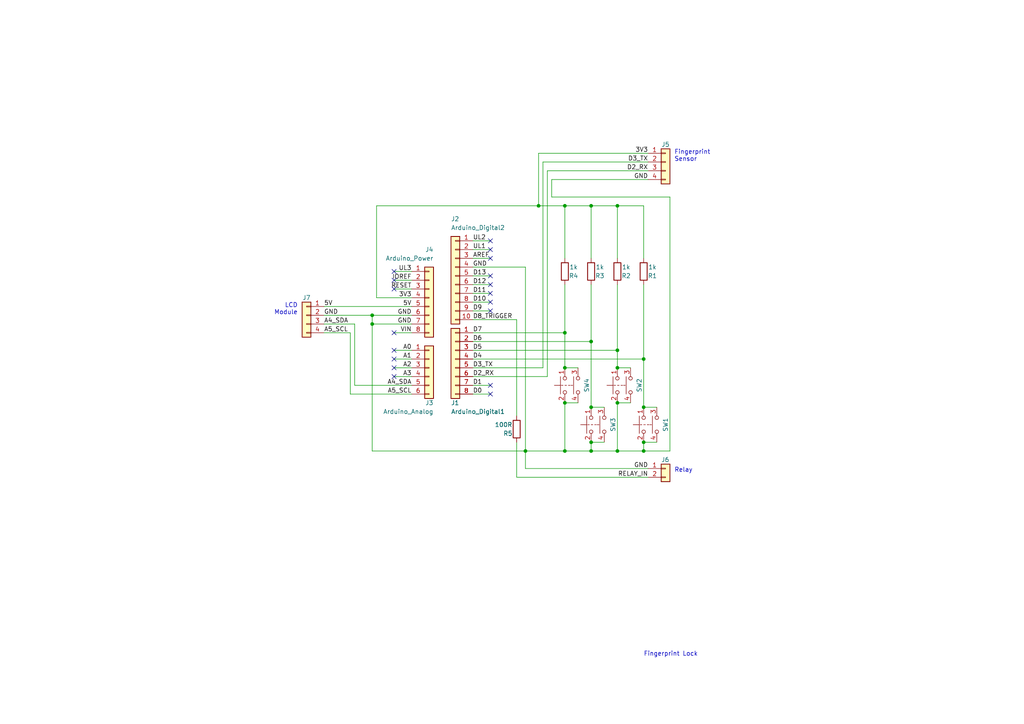
<source format=kicad_sch>
(kicad_sch (version 20211123) (generator eeschema)

  (uuid 320ddaa5-7127-4312-b78a-3a12faee174f)

  (paper "A4")

  (lib_symbols
    (symbol "Conn_01x08_1" (pin_names (offset 1.016) hide) (in_bom yes) (on_board yes)
      (property "Reference" "J?" (id 0) (at 2.54 0.0001 0)
        (effects (font (size 1.27 1.27)) (justify left))
      )
      (property "Value" "Arduino_Power" (id 1) (at 2.54 -2.5399 0)
        (effects (font (size 1.27 1.27)) (justify left))
      )
      (property "Footprint" "" (id 2) (at 0 0 0)
        (effects (font (size 1.27 1.27)) hide)
      )
      (property "Datasheet" "~" (id 3) (at 0 0 0)
        (effects (font (size 1.27 1.27)) hide)
      )
      (property "ki_keywords" "connector" (id 4) (at 0 0 0)
        (effects (font (size 1.27 1.27)) hide)
      )
      (property "ki_description" "Generic connector, single row, 01x08, script generated (kicad-library-utils/schlib/autogen/connector/)" (id 5) (at 0 0 0)
        (effects (font (size 1.27 1.27)) hide)
      )
      (property "ki_fp_filters" "Connector*:*_1x??_*" (id 6) (at 0 0 0)
        (effects (font (size 1.27 1.27)) hide)
      )
      (symbol "Conn_01x08_1_1_1"
        (rectangle (start -1.27 -10.033) (end 0 -10.287)
          (stroke (width 0.1524) (type default) (color 0 0 0 0))
          (fill (type none))
        )
        (rectangle (start -1.27 -7.493) (end 0 -7.747)
          (stroke (width 0.1524) (type default) (color 0 0 0 0))
          (fill (type none))
        )
        (rectangle (start -1.27 -4.953) (end 0 -5.207)
          (stroke (width 0.1524) (type default) (color 0 0 0 0))
          (fill (type none))
        )
        (rectangle (start -1.27 -2.413) (end 0 -2.667)
          (stroke (width 0.1524) (type default) (color 0 0 0 0))
          (fill (type none))
        )
        (rectangle (start -1.27 0.127) (end 0 -0.127)
          (stroke (width 0.1524) (type default) (color 0 0 0 0))
          (fill (type none))
        )
        (rectangle (start -1.27 2.667) (end 0 2.413)
          (stroke (width 0.1524) (type default) (color 0 0 0 0))
          (fill (type none))
        )
        (rectangle (start -1.27 5.207) (end 0 4.953)
          (stroke (width 0.1524) (type default) (color 0 0 0 0))
          (fill (type none))
        )
        (rectangle (start -1.27 7.747) (end 0 7.493)
          (stroke (width 0.1524) (type default) (color 0 0 0 0))
          (fill (type none))
        )
        (rectangle (start -1.27 8.89) (end 1.27 -11.43)
          (stroke (width 0.254) (type default) (color 0 0 0 0))
          (fill (type background))
        )
        (pin passive line (at -5.08 7.62 0) (length 3.81)
          (name "NC" (effects (font (size 1.27 1.27))))
          (number "1" (effects (font (size 1.27 1.27))))
        )
        (pin passive line (at -5.08 5.08 0) (length 3.81)
          (name "IOREF" (effects (font (size 1.27 1.27))))
          (number "2" (effects (font (size 1.27 1.27))))
        )
        (pin passive line (at -5.08 2.54 0) (length 3.81)
          (name "RESET" (effects (font (size 1.27 1.27))))
          (number "3" (effects (font (size 1.27 1.27))))
        )
        (pin passive line (at -5.08 0 0) (length 3.81)
          (name "3V3" (effects (font (size 1.27 1.27))))
          (number "4" (effects (font (size 1.27 1.27))))
        )
        (pin passive line (at -5.08 -2.54 0) (length 3.81)
          (name "5V" (effects (font (size 1.27 1.27))))
          (number "5" (effects (font (size 1.27 1.27))))
        )
        (pin passive line (at -5.08 -5.08 0) (length 3.81)
          (name "GND" (effects (font (size 1.27 1.27))))
          (number "6" (effects (font (size 1.27 1.27))))
        )
        (pin passive line (at -5.08 -7.62 0) (length 3.81)
          (name "GND" (effects (font (size 1.27 1.27))))
          (number "7" (effects (font (size 1.27 1.27))))
        )
        (pin passive line (at -5.08 -10.16 0) (length 3.81)
          (name "VIN" (effects (font (size 1.27 1.27))))
          (number "8" (effects (font (size 1.27 1.27))))
        )
      )
    )
    (symbol "Connector_Generic:Conn_01x02" (pin_names (offset 1.016) hide) (in_bom yes) (on_board yes)
      (property "Reference" "J" (id 0) (at 0 2.54 0)
        (effects (font (size 1.27 1.27)))
      )
      (property "Value" "Conn_01x02" (id 1) (at 0 -5.08 0)
        (effects (font (size 1.27 1.27)))
      )
      (property "Footprint" "" (id 2) (at 0 0 0)
        (effects (font (size 1.27 1.27)) hide)
      )
      (property "Datasheet" "~" (id 3) (at 0 0 0)
        (effects (font (size 1.27 1.27)) hide)
      )
      (property "ki_keywords" "connector" (id 4) (at 0 0 0)
        (effects (font (size 1.27 1.27)) hide)
      )
      (property "ki_description" "Generic connector, single row, 01x02, script generated (kicad-library-utils/schlib/autogen/connector/)" (id 5) (at 0 0 0)
        (effects (font (size 1.27 1.27)) hide)
      )
      (property "ki_fp_filters" "Connector*:*_1x??_*" (id 6) (at 0 0 0)
        (effects (font (size 1.27 1.27)) hide)
      )
      (symbol "Conn_01x02_1_1"
        (rectangle (start -1.27 -2.413) (end 0 -2.667)
          (stroke (width 0.1524) (type default) (color 0 0 0 0))
          (fill (type none))
        )
        (rectangle (start -1.27 0.127) (end 0 -0.127)
          (stroke (width 0.1524) (type default) (color 0 0 0 0))
          (fill (type none))
        )
        (rectangle (start -1.27 1.27) (end 1.27 -3.81)
          (stroke (width 0.254) (type default) (color 0 0 0 0))
          (fill (type background))
        )
        (pin passive line (at -5.08 0 0) (length 3.81)
          (name "Pin_1" (effects (font (size 1.27 1.27))))
          (number "1" (effects (font (size 1.27 1.27))))
        )
        (pin passive line (at -5.08 -2.54 0) (length 3.81)
          (name "Pin_2" (effects (font (size 1.27 1.27))))
          (number "2" (effects (font (size 1.27 1.27))))
        )
      )
    )
    (symbol "Connector_Generic:Conn_01x04" (pin_names (offset 1.016) hide) (in_bom yes) (on_board yes)
      (property "Reference" "J" (id 0) (at 0 5.08 0)
        (effects (font (size 1.27 1.27)))
      )
      (property "Value" "Conn_01x04" (id 1) (at 0 -7.62 0)
        (effects (font (size 1.27 1.27)))
      )
      (property "Footprint" "" (id 2) (at 0 0 0)
        (effects (font (size 1.27 1.27)) hide)
      )
      (property "Datasheet" "~" (id 3) (at 0 0 0)
        (effects (font (size 1.27 1.27)) hide)
      )
      (property "ki_keywords" "connector" (id 4) (at 0 0 0)
        (effects (font (size 1.27 1.27)) hide)
      )
      (property "ki_description" "Generic connector, single row, 01x04, script generated (kicad-library-utils/schlib/autogen/connector/)" (id 5) (at 0 0 0)
        (effects (font (size 1.27 1.27)) hide)
      )
      (property "ki_fp_filters" "Connector*:*_1x??_*" (id 6) (at 0 0 0)
        (effects (font (size 1.27 1.27)) hide)
      )
      (symbol "Conn_01x04_1_1"
        (rectangle (start -1.27 -4.953) (end 0 -5.207)
          (stroke (width 0.1524) (type default) (color 0 0 0 0))
          (fill (type none))
        )
        (rectangle (start -1.27 -2.413) (end 0 -2.667)
          (stroke (width 0.1524) (type default) (color 0 0 0 0))
          (fill (type none))
        )
        (rectangle (start -1.27 0.127) (end 0 -0.127)
          (stroke (width 0.1524) (type default) (color 0 0 0 0))
          (fill (type none))
        )
        (rectangle (start -1.27 2.667) (end 0 2.413)
          (stroke (width 0.1524) (type default) (color 0 0 0 0))
          (fill (type none))
        )
        (rectangle (start -1.27 3.81) (end 1.27 -6.35)
          (stroke (width 0.254) (type default) (color 0 0 0 0))
          (fill (type background))
        )
        (pin passive line (at -5.08 2.54 0) (length 3.81)
          (name "Pin_1" (effects (font (size 1.27 1.27))))
          (number "1" (effects (font (size 1.27 1.27))))
        )
        (pin passive line (at -5.08 0 0) (length 3.81)
          (name "Pin_2" (effects (font (size 1.27 1.27))))
          (number "2" (effects (font (size 1.27 1.27))))
        )
        (pin passive line (at -5.08 -2.54 0) (length 3.81)
          (name "Pin_3" (effects (font (size 1.27 1.27))))
          (number "3" (effects (font (size 1.27 1.27))))
        )
        (pin passive line (at -5.08 -5.08 0) (length 3.81)
          (name "Pin_4" (effects (font (size 1.27 1.27))))
          (number "4" (effects (font (size 1.27 1.27))))
        )
      )
    )
    (symbol "Connector_Generic:Conn_01x06" (pin_names (offset 1.016) hide) (in_bom yes) (on_board yes)
      (property "Reference" "J" (id 0) (at 0 7.62 0)
        (effects (font (size 1.27 1.27)))
      )
      (property "Value" "Conn_01x06" (id 1) (at 0 -10.16 0)
        (effects (font (size 1.27 1.27)))
      )
      (property "Footprint" "" (id 2) (at 0 0 0)
        (effects (font (size 1.27 1.27)) hide)
      )
      (property "Datasheet" "~" (id 3) (at 0 0 0)
        (effects (font (size 1.27 1.27)) hide)
      )
      (property "ki_keywords" "connector" (id 4) (at 0 0 0)
        (effects (font (size 1.27 1.27)) hide)
      )
      (property "ki_description" "Generic connector, single row, 01x06, script generated (kicad-library-utils/schlib/autogen/connector/)" (id 5) (at 0 0 0)
        (effects (font (size 1.27 1.27)) hide)
      )
      (property "ki_fp_filters" "Connector*:*_1x??_*" (id 6) (at 0 0 0)
        (effects (font (size 1.27 1.27)) hide)
      )
      (symbol "Conn_01x06_1_1"
        (rectangle (start -1.27 -7.493) (end 0 -7.747)
          (stroke (width 0.1524) (type default) (color 0 0 0 0))
          (fill (type none))
        )
        (rectangle (start -1.27 -4.953) (end 0 -5.207)
          (stroke (width 0.1524) (type default) (color 0 0 0 0))
          (fill (type none))
        )
        (rectangle (start -1.27 -2.413) (end 0 -2.667)
          (stroke (width 0.1524) (type default) (color 0 0 0 0))
          (fill (type none))
        )
        (rectangle (start -1.27 0.127) (end 0 -0.127)
          (stroke (width 0.1524) (type default) (color 0 0 0 0))
          (fill (type none))
        )
        (rectangle (start -1.27 2.667) (end 0 2.413)
          (stroke (width 0.1524) (type default) (color 0 0 0 0))
          (fill (type none))
        )
        (rectangle (start -1.27 5.207) (end 0 4.953)
          (stroke (width 0.1524) (type default) (color 0 0 0 0))
          (fill (type none))
        )
        (rectangle (start -1.27 6.35) (end 1.27 -8.89)
          (stroke (width 0.254) (type default) (color 0 0 0 0))
          (fill (type background))
        )
        (pin passive line (at -5.08 5.08 0) (length 3.81)
          (name "Pin_1" (effects (font (size 1.27 1.27))))
          (number "1" (effects (font (size 1.27 1.27))))
        )
        (pin passive line (at -5.08 2.54 0) (length 3.81)
          (name "Pin_2" (effects (font (size 1.27 1.27))))
          (number "2" (effects (font (size 1.27 1.27))))
        )
        (pin passive line (at -5.08 0 0) (length 3.81)
          (name "Pin_3" (effects (font (size 1.27 1.27))))
          (number "3" (effects (font (size 1.27 1.27))))
        )
        (pin passive line (at -5.08 -2.54 0) (length 3.81)
          (name "Pin_4" (effects (font (size 1.27 1.27))))
          (number "4" (effects (font (size 1.27 1.27))))
        )
        (pin passive line (at -5.08 -5.08 0) (length 3.81)
          (name "Pin_5" (effects (font (size 1.27 1.27))))
          (number "5" (effects (font (size 1.27 1.27))))
        )
        (pin passive line (at -5.08 -7.62 0) (length 3.81)
          (name "Pin_6" (effects (font (size 1.27 1.27))))
          (number "6" (effects (font (size 1.27 1.27))))
        )
      )
    )
    (symbol "Connector_Generic:Conn_01x08" (pin_names (offset 1.016) hide) (in_bom yes) (on_board yes)
      (property "Reference" "J" (id 0) (at 0 10.16 0)
        (effects (font (size 1.27 1.27)))
      )
      (property "Value" "Conn_01x08" (id 1) (at 0 -12.7 0)
        (effects (font (size 1.27 1.27)))
      )
      (property "Footprint" "" (id 2) (at 0 0 0)
        (effects (font (size 1.27 1.27)) hide)
      )
      (property "Datasheet" "~" (id 3) (at 0 0 0)
        (effects (font (size 1.27 1.27)) hide)
      )
      (property "ki_keywords" "connector" (id 4) (at 0 0 0)
        (effects (font (size 1.27 1.27)) hide)
      )
      (property "ki_description" "Generic connector, single row, 01x08, script generated (kicad-library-utils/schlib/autogen/connector/)" (id 5) (at 0 0 0)
        (effects (font (size 1.27 1.27)) hide)
      )
      (property "ki_fp_filters" "Connector*:*_1x??_*" (id 6) (at 0 0 0)
        (effects (font (size 1.27 1.27)) hide)
      )
      (symbol "Conn_01x08_1_1"
        (rectangle (start -1.27 -10.033) (end 0 -10.287)
          (stroke (width 0.1524) (type default) (color 0 0 0 0))
          (fill (type none))
        )
        (rectangle (start -1.27 -7.493) (end 0 -7.747)
          (stroke (width 0.1524) (type default) (color 0 0 0 0))
          (fill (type none))
        )
        (rectangle (start -1.27 -4.953) (end 0 -5.207)
          (stroke (width 0.1524) (type default) (color 0 0 0 0))
          (fill (type none))
        )
        (rectangle (start -1.27 -2.413) (end 0 -2.667)
          (stroke (width 0.1524) (type default) (color 0 0 0 0))
          (fill (type none))
        )
        (rectangle (start -1.27 0.127) (end 0 -0.127)
          (stroke (width 0.1524) (type default) (color 0 0 0 0))
          (fill (type none))
        )
        (rectangle (start -1.27 2.667) (end 0 2.413)
          (stroke (width 0.1524) (type default) (color 0 0 0 0))
          (fill (type none))
        )
        (rectangle (start -1.27 5.207) (end 0 4.953)
          (stroke (width 0.1524) (type default) (color 0 0 0 0))
          (fill (type none))
        )
        (rectangle (start -1.27 7.747) (end 0 7.493)
          (stroke (width 0.1524) (type default) (color 0 0 0 0))
          (fill (type none))
        )
        (rectangle (start -1.27 8.89) (end 1.27 -11.43)
          (stroke (width 0.254) (type default) (color 0 0 0 0))
          (fill (type background))
        )
        (pin passive line (at -5.08 7.62 0) (length 3.81)
          (name "Pin_1" (effects (font (size 1.27 1.27))))
          (number "1" (effects (font (size 1.27 1.27))))
        )
        (pin passive line (at -5.08 5.08 0) (length 3.81)
          (name "Pin_2" (effects (font (size 1.27 1.27))))
          (number "2" (effects (font (size 1.27 1.27))))
        )
        (pin passive line (at -5.08 2.54 0) (length 3.81)
          (name "Pin_3" (effects (font (size 1.27 1.27))))
          (number "3" (effects (font (size 1.27 1.27))))
        )
        (pin passive line (at -5.08 0 0) (length 3.81)
          (name "Pin_4" (effects (font (size 1.27 1.27))))
          (number "4" (effects (font (size 1.27 1.27))))
        )
        (pin passive line (at -5.08 -2.54 0) (length 3.81)
          (name "Pin_5" (effects (font (size 1.27 1.27))))
          (number "5" (effects (font (size 1.27 1.27))))
        )
        (pin passive line (at -5.08 -5.08 0) (length 3.81)
          (name "Pin_6" (effects (font (size 1.27 1.27))))
          (number "6" (effects (font (size 1.27 1.27))))
        )
        (pin passive line (at -5.08 -7.62 0) (length 3.81)
          (name "Pin_7" (effects (font (size 1.27 1.27))))
          (number "7" (effects (font (size 1.27 1.27))))
        )
        (pin passive line (at -5.08 -10.16 0) (length 3.81)
          (name "Pin_8" (effects (font (size 1.27 1.27))))
          (number "8" (effects (font (size 1.27 1.27))))
        )
      )
    )
    (symbol "Connector_Generic:Conn_01x10" (pin_names (offset 1.016) hide) (in_bom yes) (on_board yes)
      (property "Reference" "J" (id 0) (at 0 12.7 0)
        (effects (font (size 1.27 1.27)))
      )
      (property "Value" "Conn_01x10" (id 1) (at 0 -15.24 0)
        (effects (font (size 1.27 1.27)))
      )
      (property "Footprint" "" (id 2) (at 0 0 0)
        (effects (font (size 1.27 1.27)) hide)
      )
      (property "Datasheet" "~" (id 3) (at 0 0 0)
        (effects (font (size 1.27 1.27)) hide)
      )
      (property "ki_keywords" "connector" (id 4) (at 0 0 0)
        (effects (font (size 1.27 1.27)) hide)
      )
      (property "ki_description" "Generic connector, single row, 01x10, script generated (kicad-library-utils/schlib/autogen/connector/)" (id 5) (at 0 0 0)
        (effects (font (size 1.27 1.27)) hide)
      )
      (property "ki_fp_filters" "Connector*:*_1x??_*" (id 6) (at 0 0 0)
        (effects (font (size 1.27 1.27)) hide)
      )
      (symbol "Conn_01x10_1_1"
        (rectangle (start -1.27 -12.573) (end 0 -12.827)
          (stroke (width 0.1524) (type default) (color 0 0 0 0))
          (fill (type none))
        )
        (rectangle (start -1.27 -10.033) (end 0 -10.287)
          (stroke (width 0.1524) (type default) (color 0 0 0 0))
          (fill (type none))
        )
        (rectangle (start -1.27 -7.493) (end 0 -7.747)
          (stroke (width 0.1524) (type default) (color 0 0 0 0))
          (fill (type none))
        )
        (rectangle (start -1.27 -4.953) (end 0 -5.207)
          (stroke (width 0.1524) (type default) (color 0 0 0 0))
          (fill (type none))
        )
        (rectangle (start -1.27 -2.413) (end 0 -2.667)
          (stroke (width 0.1524) (type default) (color 0 0 0 0))
          (fill (type none))
        )
        (rectangle (start -1.27 0.127) (end 0 -0.127)
          (stroke (width 0.1524) (type default) (color 0 0 0 0))
          (fill (type none))
        )
        (rectangle (start -1.27 2.667) (end 0 2.413)
          (stroke (width 0.1524) (type default) (color 0 0 0 0))
          (fill (type none))
        )
        (rectangle (start -1.27 5.207) (end 0 4.953)
          (stroke (width 0.1524) (type default) (color 0 0 0 0))
          (fill (type none))
        )
        (rectangle (start -1.27 7.747) (end 0 7.493)
          (stroke (width 0.1524) (type default) (color 0 0 0 0))
          (fill (type none))
        )
        (rectangle (start -1.27 10.287) (end 0 10.033)
          (stroke (width 0.1524) (type default) (color 0 0 0 0))
          (fill (type none))
        )
        (rectangle (start -1.27 11.43) (end 1.27 -13.97)
          (stroke (width 0.254) (type default) (color 0 0 0 0))
          (fill (type background))
        )
        (pin passive line (at -5.08 10.16 0) (length 3.81)
          (name "Pin_1" (effects (font (size 1.27 1.27))))
          (number "1" (effects (font (size 1.27 1.27))))
        )
        (pin passive line (at -5.08 -12.7 0) (length 3.81)
          (name "Pin_10" (effects (font (size 1.27 1.27))))
          (number "10" (effects (font (size 1.27 1.27))))
        )
        (pin passive line (at -5.08 7.62 0) (length 3.81)
          (name "Pin_2" (effects (font (size 1.27 1.27))))
          (number "2" (effects (font (size 1.27 1.27))))
        )
        (pin passive line (at -5.08 5.08 0) (length 3.81)
          (name "Pin_3" (effects (font (size 1.27 1.27))))
          (number "3" (effects (font (size 1.27 1.27))))
        )
        (pin passive line (at -5.08 2.54 0) (length 3.81)
          (name "Pin_4" (effects (font (size 1.27 1.27))))
          (number "4" (effects (font (size 1.27 1.27))))
        )
        (pin passive line (at -5.08 0 0) (length 3.81)
          (name "Pin_5" (effects (font (size 1.27 1.27))))
          (number "5" (effects (font (size 1.27 1.27))))
        )
        (pin passive line (at -5.08 -2.54 0) (length 3.81)
          (name "Pin_6" (effects (font (size 1.27 1.27))))
          (number "6" (effects (font (size 1.27 1.27))))
        )
        (pin passive line (at -5.08 -5.08 0) (length 3.81)
          (name "Pin_7" (effects (font (size 1.27 1.27))))
          (number "7" (effects (font (size 1.27 1.27))))
        )
        (pin passive line (at -5.08 -7.62 0) (length 3.81)
          (name "Pin_8" (effects (font (size 1.27 1.27))))
          (number "8" (effects (font (size 1.27 1.27))))
        )
        (pin passive line (at -5.08 -10.16 0) (length 3.81)
          (name "Pin_9" (effects (font (size 1.27 1.27))))
          (number "9" (effects (font (size 1.27 1.27))))
        )
      )
    )
    (symbol "Device:R" (pin_numbers hide) (pin_names (offset 0)) (in_bom yes) (on_board yes)
      (property "Reference" "R" (id 0) (at 2.032 0 90)
        (effects (font (size 1.27 1.27)))
      )
      (property "Value" "R" (id 1) (at 0 0 90)
        (effects (font (size 1.27 1.27)))
      )
      (property "Footprint" "" (id 2) (at -1.778 0 90)
        (effects (font (size 1.27 1.27)) hide)
      )
      (property "Datasheet" "~" (id 3) (at 0 0 0)
        (effects (font (size 1.27 1.27)) hide)
      )
      (property "ki_keywords" "R res resistor" (id 4) (at 0 0 0)
        (effects (font (size 1.27 1.27)) hide)
      )
      (property "ki_description" "Resistor" (id 5) (at 0 0 0)
        (effects (font (size 1.27 1.27)) hide)
      )
      (property "ki_fp_filters" "R_*" (id 6) (at 0 0 0)
        (effects (font (size 1.27 1.27)) hide)
      )
      (symbol "R_0_1"
        (rectangle (start -1.016 -2.54) (end 1.016 2.54)
          (stroke (width 0.254) (type default) (color 0 0 0 0))
          (fill (type none))
        )
      )
      (symbol "R_1_1"
        (pin passive line (at 0 3.81 270) (length 1.27)
          (name "~" (effects (font (size 1.27 1.27))))
          (number "1" (effects (font (size 1.27 1.27))))
        )
        (pin passive line (at 0 -3.81 90) (length 1.27)
          (name "~" (effects (font (size 1.27 1.27))))
          (number "2" (effects (font (size 1.27 1.27))))
        )
      )
    )
    (symbol "SW_Push_Dual_1" (pin_names (offset 1.016) hide) (in_bom yes) (on_board yes)
      (property "Reference" "SW1" (id 0) (at 0 -6.35 0)
        (effects (font (size 1.27 1.27)))
      )
      (property "Value" "SW_Push_Dual_1" (id 1) (at 1.27 5.08 0)
        (effects (font (size 1.27 1.27)) hide)
      )
      (property "Footprint" "Button_Switch_Keyboard:SW_Cherry_MX_1.00u_PCB" (id 2) (at 5.08 7.62 0)
        (effects (font (size 1.27 1.27)) hide)
      )
      (property "Datasheet" "~" (id 3) (at 5.08 0 0)
        (effects (font (size 1.27 1.27)) hide)
      )
      (property "ki_keywords" "switch normally-open pushbutton push-button" (id 4) (at 0 0 0)
        (effects (font (size 1.27 1.27)) hide)
      )
      (property "ki_description" "Push button switch, generic, symbol, four pins" (id 5) (at 0 0 0)
        (effects (font (size 1.27 1.27)) hide)
      )
      (symbol "SW_Push_Dual_1_0_1"
        (circle (center -2.032 -3.81) (radius 0.508)
          (stroke (width 0) (type default) (color 0 0 0 0))
          (fill (type none))
        )
        (circle (center -2.032 0) (radius 0.508)
          (stroke (width 0) (type default) (color 0 0 0 0))
          (fill (type none))
        )
        (polyline
          (pts
            (xy 0 -1.778)
            (xy 0 -2.286)
          )
          (stroke (width 0) (type default) (color 0 0 0 0))
          (fill (type none))
        )
        (polyline
          (pts
            (xy 0 -1.524)
            (xy 0 -1.016)
          )
          (stroke (width 0) (type default) (color 0 0 0 0))
          (fill (type none))
        )
        (polyline
          (pts
            (xy 0 -0.508)
            (xy 0 0)
          )
          (stroke (width 0) (type default) (color 0 0 0 0))
          (fill (type none))
        )
        (polyline
          (pts
            (xy 0 0.508)
            (xy 0 1.016)
          )
          (stroke (width 0) (type default) (color 0 0 0 0))
          (fill (type none))
        )
        (polyline
          (pts
            (xy 0 1.27)
            (xy 0 3.048)
          )
          (stroke (width 0) (type default) (color 0 0 0 0))
          (fill (type none))
        )
        (polyline
          (pts
            (xy 2.54 -2.54)
            (xy -2.54 -2.54)
          )
          (stroke (width 0) (type default) (color 0 0 0 0))
          (fill (type none))
        )
        (polyline
          (pts
            (xy 2.54 1.27)
            (xy -2.54 1.27)
          )
          (stroke (width 0) (type default) (color 0 0 0 0))
          (fill (type none))
        )
        (circle (center 2.032 -3.81) (radius 0.508)
          (stroke (width 0) (type default) (color 0 0 0 0))
          (fill (type none))
        )
        (circle (center 2.032 0) (radius 0.508)
          (stroke (width 0) (type default) (color 0 0 0 0))
          (fill (type none))
        )
        (pin passive line (at -5.08 0 0) (length 2.54)
          (name "1" (effects (font (size 1.27 1.27))))
          (number "1" (effects (font (size 1.27 1.27))))
        )
        (pin passive line (at 5.08 0 180) (length 2.54)
          (name "2" (effects (font (size 1.27 1.27))))
          (number "2" (effects (font (size 1.27 1.27))))
        )
        (pin passive line (at -5.08 -3.81 0) (length 2.54)
          (name "3" (effects (font (size 1.27 1.27))))
          (number "3" (effects (font (size 1.27 1.27))))
        )
        (pin passive line (at 5.08 -3.81 180) (length 2.54)
          (name "4" (effects (font (size 1.27 1.27))))
          (number "4" (effects (font (size 1.27 1.27))))
        )
      )
    )
  )

  (junction (at 179.07 59.69) (diameter 0) (color 0 0 0 0)
    (uuid 01d39ef8-2254-421f-91b3-316a0d276b42)
  )
  (junction (at 171.45 130.81) (diameter 0) (color 0 0 0 0)
    (uuid 0e431c26-0866-4253-8763-ae3926a26c14)
  )
  (junction (at 163.83 130.81) (diameter 0) (color 0 0 0 0)
    (uuid 2ca1bf65-7de1-46ef-9dd1-a024f8f5a1a9)
  )
  (junction (at 171.45 118.11) (diameter 0) (color 0 0 0 0)
    (uuid 2d40fcdb-48df-41e2-ac59-022fbe990c42)
  )
  (junction (at 163.83 116.84) (diameter 0) (color 0 0 0 0)
    (uuid 2f27c551-e26f-4054-a2d2-e72e4add518e)
  )
  (junction (at 186.69 130.81) (diameter 0) (color 0 0 0 0)
    (uuid 30c8bc14-b6ad-4ec2-b355-063adf2b6ebe)
  )
  (junction (at 163.83 96.52) (diameter 0) (color 0 0 0 0)
    (uuid 3f36c783-09c8-420f-913a-9adf086921dc)
  )
  (junction (at 152.4 130.81) (diameter 0) (color 0 0 0 0)
    (uuid 56d1817d-1e9f-44ee-b6fb-ab8d7abeb2e8)
  )
  (junction (at 171.45 99.06) (diameter 0) (color 0 0 0 0)
    (uuid 5ff64b83-e62f-4c19-a725-305469642971)
  )
  (junction (at 107.95 91.44) (diameter 0) (color 0 0 0 0)
    (uuid 61a09b3d-e493-4c0f-aa5c-dde10d48270f)
  )
  (junction (at 156.21 59.69) (diameter 0) (color 0 0 0 0)
    (uuid 6b17b1ab-9ad0-4f15-be78-a01b8c55164c)
  )
  (junction (at 163.83 59.69) (diameter 0) (color 0 0 0 0)
    (uuid 6f7130bc-fb58-4693-bb5b-af2df05370c9)
  )
  (junction (at 179.07 101.6) (diameter 0) (color 0 0 0 0)
    (uuid 825bfa9b-2807-420e-bebf-cd1e65216441)
  )
  (junction (at 163.83 106.68) (diameter 0) (color 0 0 0 0)
    (uuid 89d6447c-e90d-4e06-8f2c-ae9c593372e0)
  )
  (junction (at 107.95 93.98) (diameter 0) (color 0 0 0 0)
    (uuid 8afa04e8-a034-4718-9e56-4bda4337c19a)
  )
  (junction (at 186.69 128.27) (diameter 0) (color 0 0 0 0)
    (uuid 96a1ad50-d6b0-493b-9574-c68373f7e30f)
  )
  (junction (at 179.07 116.84) (diameter 0) (color 0 0 0 0)
    (uuid a7e2eb9c-85c4-4719-8dd6-a569f0cfeb12)
  )
  (junction (at 179.07 106.68) (diameter 0) (color 0 0 0 0)
    (uuid a813f6f6-faa1-4d94-a78b-d475ea269d13)
  )
  (junction (at 171.45 128.27) (diameter 0) (color 0 0 0 0)
    (uuid ac8565ce-72e5-4ef9-983c-c3c4098281df)
  )
  (junction (at 186.69 104.14) (diameter 0) (color 0 0 0 0)
    (uuid c87cfcce-da8d-4e07-9611-17f98f2ca776)
  )
  (junction (at 179.07 130.81) (diameter 0) (color 0 0 0 0)
    (uuid ee78c549-8f6d-48e6-a5c9-9588cc288a99)
  )
  (junction (at 171.45 59.69) (diameter 0) (color 0 0 0 0)
    (uuid f8f7e88a-9894-4a23-a104-1dff128cb12b)
  )
  (junction (at 186.69 118.11) (diameter 0) (color 0 0 0 0)
    (uuid fad9aba7-d652-4324-b657-5a905d13f3cd)
  )

  (no_connect (at 142.24 74.93) (uuid 0c203beb-7857-4e4f-bee5-42a2ba4a54e7))
  (no_connect (at 142.24 114.3) (uuid 1f70a1c2-98a3-4ba1-a3ca-a32fbc6a08bc))
  (no_connect (at 114.3 101.6) (uuid 3715e3a6-3624-4d36-bcb4-d04e9a3d540f))
  (no_connect (at 114.3 83.82) (uuid 44236892-3683-45dc-835d-69867b4c2a6e))
  (no_connect (at 114.3 106.68) (uuid 59598745-88ea-4fac-92ff-414f4357a444))
  (no_connect (at 142.24 87.63) (uuid 5bc966f8-f19d-4e4b-b7f1-17ffc1f2cda3))
  (no_connect (at 114.3 96.52) (uuid 5ced5780-c562-427b-97dd-504eba3d049e))
  (no_connect (at 142.24 90.17) (uuid 82a1115e-b093-4fad-9561-4bef0b65e67a))
  (no_connect (at 142.24 69.85) (uuid 831bcdb3-5fc1-4063-94cd-a9449e1dbcc0))
  (no_connect (at 142.2068 85.09) (uuid 8aa25cda-3081-47ea-b940-3c6ed07f1faf))
  (no_connect (at 142.24 111.76) (uuid 95efbaa3-dfbd-465b-bf18-00ac3b282919))
  (no_connect (at 114.3 78.74) (uuid a2328f1a-0bdf-428d-92b6-9a2bdbae1edd))
  (no_connect (at 142.24 82.55) (uuid a686c5f3-f18b-41d7-8c18-22c8b5d3d7fc))
  (no_connect (at 142.24 80.01) (uuid ba1b34fa-d92d-4b9d-9f9f-1080576178d6))
  (no_connect (at 114.3 104.14) (uuid c611610f-f600-4397-8e30-8b50bbc59b61))
  (no_connect (at 142.24 72.39) (uuid e932aaab-2c09-4011-a14e-7197bbcce731))
  (no_connect (at 114.3 81.28) (uuid f1c74166-b977-444a-80cb-3ecbd005cfd4))
  (no_connect (at 114.3 109.22) (uuid fbfd4335-9a10-4f5f-bf5f-0bc5cd3ab8d5))

  (wire (pts (xy 137.16 96.52) (xy 163.83 96.52))
    (stroke (width 0) (type default) (color 0 0 0 0))
    (uuid 02fe1cb2-b936-4bbb-83c9-5125677ecbfc)
  )
  (wire (pts (xy 163.83 82.55) (xy 163.83 96.52))
    (stroke (width 0) (type default) (color 0 0 0 0))
    (uuid 064ae0c3-a435-45bc-8d26-4e5929bd30f6)
  )
  (wire (pts (xy 101.6 114.3) (xy 119.38 114.3))
    (stroke (width 0) (type default) (color 0 0 0 0))
    (uuid 06b9d949-5a55-4702-95a7-6abba0248c0b)
  )
  (wire (pts (xy 179.07 106.68) (xy 182.88 106.68))
    (stroke (width 0) (type default) (color 0 0 0 0))
    (uuid 071e6aec-ea76-4b7f-ad59-7e170f1619fa)
  )
  (wire (pts (xy 186.69 82.55) (xy 186.69 104.14))
    (stroke (width 0) (type default) (color 0 0 0 0))
    (uuid 0775984f-d500-4c81-893b-cbb7bfdce83c)
  )
  (wire (pts (xy 179.07 116.84) (xy 182.88 116.84))
    (stroke (width 0) (type default) (color 0 0 0 0))
    (uuid 0bd1e21a-7ba7-426d-884c-e0bb3e312ad7)
  )
  (wire (pts (xy 114.3 106.68) (xy 119.38 106.68))
    (stroke (width 0) (type default) (color 0 0 0 0))
    (uuid 0d6e02c3-5d5d-403f-8828-5fb4851bacfe)
  )
  (wire (pts (xy 171.45 130.81) (xy 179.07 130.81))
    (stroke (width 0) (type default) (color 0 0 0 0))
    (uuid 0f960083-acb3-460d-bbd7-ba0039638081)
  )
  (wire (pts (xy 171.45 59.69) (xy 171.45 74.93))
    (stroke (width 0) (type default) (color 0 0 0 0))
    (uuid 1311a9b3-f754-4c66-8f60-0cc5624b2dda)
  )
  (wire (pts (xy 163.83 59.69) (xy 156.21 59.69))
    (stroke (width 0) (type default) (color 0 0 0 0))
    (uuid 13211406-d141-4060-a526-8b33d69b1958)
  )
  (wire (pts (xy 137.16 104.14) (xy 186.69 104.14))
    (stroke (width 0) (type default) (color 0 0 0 0))
    (uuid 14301c54-dd98-41f5-9629-e22ed177cc1b)
  )
  (wire (pts (xy 160.02 57.15) (xy 194.31 57.15))
    (stroke (width 0) (type default) (color 0 0 0 0))
    (uuid 1da6f75a-f900-44df-bfa8-55f54bc0440e)
  )
  (wire (pts (xy 179.07 130.81) (xy 186.69 130.81))
    (stroke (width 0) (type default) (color 0 0 0 0))
    (uuid 265c72f9-de88-4087-be59-e278dd4161c5)
  )
  (wire (pts (xy 171.45 99.06) (xy 171.45 118.11))
    (stroke (width 0) (type default) (color 0 0 0 0))
    (uuid 29755b79-0a87-4fc6-8950-42c10fef1440)
  )
  (wire (pts (xy 101.6 96.52) (xy 101.6 114.3))
    (stroke (width 0) (type default) (color 0 0 0 0))
    (uuid 2ae113d0-040f-4f1b-877a-bad4cf20862a)
  )
  (wire (pts (xy 114.3 96.52) (xy 119.38 96.52))
    (stroke (width 0) (type default) (color 0 0 0 0))
    (uuid 302e02e6-18d6-46f5-a51f-ddc83a78f455)
  )
  (wire (pts (xy 137.16 101.6) (xy 179.07 101.6))
    (stroke (width 0) (type default) (color 0 0 0 0))
    (uuid 3127160c-2fce-468c-b136-5ac799b53096)
  )
  (wire (pts (xy 107.95 91.44) (xy 119.38 91.44))
    (stroke (width 0) (type default) (color 0 0 0 0))
    (uuid 339996ec-ed50-45a5-a6e2-4f1a97008c31)
  )
  (wire (pts (xy 114.3 83.82) (xy 119.38 83.82))
    (stroke (width 0) (type default) (color 0 0 0 0))
    (uuid 357fe9c7-f75f-4f86-a691-72b24b8d016f)
  )
  (wire (pts (xy 156.21 59.69) (xy 109.22 59.69))
    (stroke (width 0) (type default) (color 0 0 0 0))
    (uuid 35d2ef83-bab7-405e-b126-b796681b001a)
  )
  (wire (pts (xy 163.83 96.52) (xy 163.83 106.68))
    (stroke (width 0) (type default) (color 0 0 0 0))
    (uuid 3826e9b6-7795-49a6-89ca-596d28bc7e70)
  )
  (wire (pts (xy 137.16 80.01) (xy 142.24 80.01))
    (stroke (width 0) (type default) (color 0 0 0 0))
    (uuid 385ae325-f755-48be-b9f9-db42526f8a6a)
  )
  (wire (pts (xy 152.4 130.81) (xy 152.4 77.47))
    (stroke (width 0) (type default) (color 0 0 0 0))
    (uuid 394daf0c-7b40-4578-acc3-00a7d016f191)
  )
  (wire (pts (xy 152.4 135.89) (xy 152.4 130.81))
    (stroke (width 0) (type default) (color 0 0 0 0))
    (uuid 4017fa7c-f0ea-498a-a197-8d46ff2d1980)
  )
  (wire (pts (xy 107.95 93.98) (xy 119.38 93.98))
    (stroke (width 0) (type default) (color 0 0 0 0))
    (uuid 4285edaf-a271-49d5-a54c-dabebeb2ca49)
  )
  (wire (pts (xy 137.16 111.76) (xy 142.24 111.76))
    (stroke (width 0) (type default) (color 0 0 0 0))
    (uuid 4816720d-08ce-46ba-b0ac-5dc738aa47b8)
  )
  (wire (pts (xy 163.83 116.84) (xy 163.83 130.81))
    (stroke (width 0) (type default) (color 0 0 0 0))
    (uuid 487b0220-79fd-4901-a2f4-66d432538666)
  )
  (wire (pts (xy 149.86 92.71) (xy 149.86 120.65))
    (stroke (width 0) (type default) (color 0 0 0 0))
    (uuid 4dda2f3a-f741-40e3-9995-840bbf1ee031)
  )
  (wire (pts (xy 137.16 114.3) (xy 142.24 114.3))
    (stroke (width 0) (type default) (color 0 0 0 0))
    (uuid 529a2a0f-9fc7-45a6-9269-9b780bb91a05)
  )
  (wire (pts (xy 163.83 59.69) (xy 163.83 74.93))
    (stroke (width 0) (type default) (color 0 0 0 0))
    (uuid 5661244a-74b5-4e4f-a280-bb0d1862f1b4)
  )
  (wire (pts (xy 152.4 130.81) (xy 163.83 130.81))
    (stroke (width 0) (type default) (color 0 0 0 0))
    (uuid 58114d9b-073a-40a8-bd77-ced6e22c9fd4)
  )
  (wire (pts (xy 109.22 59.69) (xy 109.22 86.36))
    (stroke (width 0) (type default) (color 0 0 0 0))
    (uuid 584728dd-183f-4d55-9061-97d55737aa9a)
  )
  (wire (pts (xy 137.16 82.55) (xy 142.24 82.55))
    (stroke (width 0) (type default) (color 0 0 0 0))
    (uuid 5bab54a8-43a7-4f58-8353-9704c22a4561)
  )
  (wire (pts (xy 109.22 86.36) (xy 119.38 86.36))
    (stroke (width 0) (type default) (color 0 0 0 0))
    (uuid 5f24753f-bc61-48fc-9a34-92f9987f78da)
  )
  (wire (pts (xy 137.16 74.93) (xy 142.24 74.93))
    (stroke (width 0) (type default) (color 0 0 0 0))
    (uuid 5f725d59-eba0-42e8-ad36-044cb77f712a)
  )
  (wire (pts (xy 107.95 91.44) (xy 107.95 93.98))
    (stroke (width 0) (type default) (color 0 0 0 0))
    (uuid 670374ca-029b-4619-8f5e-573fcb0c5cfa)
  )
  (wire (pts (xy 179.07 59.69) (xy 179.07 74.93))
    (stroke (width 0) (type default) (color 0 0 0 0))
    (uuid 6b84d77d-2dc9-43e8-97c9-da9dae50947b)
  )
  (wire (pts (xy 156.21 44.45) (xy 187.96 44.45))
    (stroke (width 0) (type default) (color 0 0 0 0))
    (uuid 6dd12664-f2a0-41eb-b7a4-21d910bc3e6e)
  )
  (wire (pts (xy 171.45 128.27) (xy 175.26 128.27))
    (stroke (width 0) (type default) (color 0 0 0 0))
    (uuid 6ecfa330-f6c0-4992-9895-3d8bc669bbc1)
  )
  (wire (pts (xy 179.07 59.69) (xy 186.69 59.69))
    (stroke (width 0) (type default) (color 0 0 0 0))
    (uuid 6fbe065a-8d0e-4e18-8093-7b7644bd18df)
  )
  (wire (pts (xy 102.87 111.76) (xy 102.87 93.98))
    (stroke (width 0) (type default) (color 0 0 0 0))
    (uuid 70df7df1-d515-4ad7-ae33-f877249004cc)
  )
  (wire (pts (xy 186.69 118.11) (xy 190.5 118.11))
    (stroke (width 0) (type default) (color 0 0 0 0))
    (uuid 7136a710-6010-4f99-a76d-16bdc64ae091)
  )
  (wire (pts (xy 137.16 77.47) (xy 152.4 77.47))
    (stroke (width 0) (type default) (color 0 0 0 0))
    (uuid 725bc21c-1594-4975-90e0-d887f7a9f21b)
  )
  (wire (pts (xy 163.83 116.84) (xy 167.64 116.84))
    (stroke (width 0) (type default) (color 0 0 0 0))
    (uuid 75c3c6d9-bb39-40f9-add5-54e1f25e9eb8)
  )
  (wire (pts (xy 149.86 138.43) (xy 149.86 128.27))
    (stroke (width 0) (type default) (color 0 0 0 0))
    (uuid 772f5f5e-2fcd-48bd-81a5-6d25cb994f4e)
  )
  (wire (pts (xy 114.3 101.6) (xy 119.38 101.6))
    (stroke (width 0) (type default) (color 0 0 0 0))
    (uuid 77ad101e-95b7-44e9-9792-516470f94e35)
  )
  (wire (pts (xy 171.45 128.27) (xy 171.45 130.81))
    (stroke (width 0) (type default) (color 0 0 0 0))
    (uuid 7cd0a6aa-4672-4cb1-b1ff-a0b886dbe91c)
  )
  (wire (pts (xy 160.02 52.07) (xy 187.96 52.07))
    (stroke (width 0) (type default) (color 0 0 0 0))
    (uuid 7e06f078-5646-40a5-bae7-c62da1a8873b)
  )
  (wire (pts (xy 102.87 111.76) (xy 119.38 111.76))
    (stroke (width 0) (type default) (color 0 0 0 0))
    (uuid 845dc773-b47c-4331-af38-6a364cbf89d2)
  )
  (wire (pts (xy 171.45 118.11) (xy 175.26 118.11))
    (stroke (width 0) (type default) (color 0 0 0 0))
    (uuid 87e6ae77-fbdc-4291-b6e7-4440330212ff)
  )
  (wire (pts (xy 179.07 101.6) (xy 179.07 106.68))
    (stroke (width 0) (type default) (color 0 0 0 0))
    (uuid 8811e865-4ab4-4ab4-9aa0-1ede17d76fa0)
  )
  (wire (pts (xy 158.75 49.53) (xy 187.96 49.53))
    (stroke (width 0) (type default) (color 0 0 0 0))
    (uuid 8acf6697-5339-47e8-9b77-ec3a532f6a3b)
  )
  (wire (pts (xy 93.98 96.52) (xy 101.6 96.52))
    (stroke (width 0) (type default) (color 0 0 0 0))
    (uuid 8c5a51c1-9af6-4643-a106-e259e186253e)
  )
  (wire (pts (xy 102.87 93.98) (xy 93.98 93.98))
    (stroke (width 0) (type default) (color 0 0 0 0))
    (uuid 8e826588-dfd7-47f8-9f4c-5b03e72fad48)
  )
  (wire (pts (xy 171.45 59.69) (xy 179.07 59.69))
    (stroke (width 0) (type default) (color 0 0 0 0))
    (uuid 8ffd16ad-3999-4358-88a8-4baf917cd339)
  )
  (wire (pts (xy 152.4 135.89) (xy 187.96 135.89))
    (stroke (width 0) (type default) (color 0 0 0 0))
    (uuid 925937a3-6815-4a12-a600-d452a0fd599c)
  )
  (wire (pts (xy 186.69 130.81) (xy 194.31 130.81))
    (stroke (width 0) (type default) (color 0 0 0 0))
    (uuid 935b7502-8e29-493d-b5f5-a0e582883df0)
  )
  (wire (pts (xy 137.16 87.63) (xy 142.24 87.63))
    (stroke (width 0) (type default) (color 0 0 0 0))
    (uuid 94ca68a3-b324-41d8-93c9-471dc204a5e0)
  )
  (wire (pts (xy 163.83 59.69) (xy 171.45 59.69))
    (stroke (width 0) (type default) (color 0 0 0 0))
    (uuid 95872017-ccb1-4d65-a403-467a3e304927)
  )
  (wire (pts (xy 186.69 104.14) (xy 186.69 118.11))
    (stroke (width 0) (type default) (color 0 0 0 0))
    (uuid 96eae533-95ec-45c0-ac8e-f2b7fae3b04a)
  )
  (wire (pts (xy 107.95 130.81) (xy 107.95 93.98))
    (stroke (width 0) (type default) (color 0 0 0 0))
    (uuid 99db9d27-4b7d-4d1b-8915-f92d62597ff7)
  )
  (wire (pts (xy 93.98 91.44) (xy 107.95 91.44))
    (stroke (width 0) (type default) (color 0 0 0 0))
    (uuid 9b062f48-7598-4a06-ae07-7017715d1b83)
  )
  (wire (pts (xy 186.69 128.27) (xy 190.5 128.27))
    (stroke (width 0) (type default) (color 0 0 0 0))
    (uuid 9ec0fc44-c6d2-4a1d-a3fc-27877e338946)
  )
  (wire (pts (xy 186.69 59.69) (xy 186.69 74.93))
    (stroke (width 0) (type default) (color 0 0 0 0))
    (uuid a16f338c-5126-4611-ae08-ca3f8cee5c65)
  )
  (wire (pts (xy 163.83 130.81) (xy 171.45 130.81))
    (stroke (width 0) (type default) (color 0 0 0 0))
    (uuid a21d2b9d-adad-474c-b59f-238ff843e50d)
  )
  (wire (pts (xy 157.48 46.99) (xy 187.96 46.99))
    (stroke (width 0) (type default) (color 0 0 0 0))
    (uuid aafda939-8c3b-4978-bfd4-02ee923f8bf1)
  )
  (wire (pts (xy 157.48 106.68) (xy 137.16 106.68))
    (stroke (width 0) (type default) (color 0 0 0 0))
    (uuid b2db83a2-bb0e-40ea-bd5b-88b10754f86d)
  )
  (wire (pts (xy 163.83 106.68) (xy 167.64 106.68))
    (stroke (width 0) (type default) (color 0 0 0 0))
    (uuid b3d9d515-aeed-4b88-89f5-fae7d1114701)
  )
  (wire (pts (xy 158.75 109.22) (xy 137.16 109.22))
    (stroke (width 0) (type default) (color 0 0 0 0))
    (uuid b4cba5ac-7bf8-43f1-b1ff-108a6e076bc8)
  )
  (wire (pts (xy 137.16 72.39) (xy 142.24 72.39))
    (stroke (width 0) (type default) (color 0 0 0 0))
    (uuid b64259f6-2b01-4a13-952d-26562b5c5375)
  )
  (wire (pts (xy 156.21 44.45) (xy 156.21 59.69))
    (stroke (width 0) (type default) (color 0 0 0 0))
    (uuid bbb5f8fb-715f-44d1-8771-bb11e191e3e7)
  )
  (wire (pts (xy 114.3 104.14) (xy 119.38 104.14))
    (stroke (width 0) (type default) (color 0 0 0 0))
    (uuid d292aaee-b964-480b-9d8d-3fec0e74d993)
  )
  (wire (pts (xy 186.69 128.27) (xy 186.69 130.81))
    (stroke (width 0) (type default) (color 0 0 0 0))
    (uuid d8308d31-5c0f-4c64-8e85-1827434e5d7e)
  )
  (wire (pts (xy 158.75 49.53) (xy 158.75 109.22))
    (stroke (width 0) (type default) (color 0 0 0 0))
    (uuid ddd3fbb1-f036-4fd3-b432-332efccdb977)
  )
  (wire (pts (xy 137.16 99.06) (xy 171.45 99.06))
    (stroke (width 0) (type default) (color 0 0 0 0))
    (uuid df42bc3d-96b4-497a-9cdd-e0addbb07e03)
  )
  (wire (pts (xy 179.07 82.55) (xy 179.07 101.6))
    (stroke (width 0) (type default) (color 0 0 0 0))
    (uuid dffa5d86-16e0-4085-bf96-9cb9017d1d49)
  )
  (wire (pts (xy 171.45 82.55) (xy 171.45 99.06))
    (stroke (width 0) (type default) (color 0 0 0 0))
    (uuid e30e2ce1-c823-4242-a4a0-4a47266f0fe0)
  )
  (wire (pts (xy 137.16 92.71) (xy 149.86 92.71))
    (stroke (width 0) (type default) (color 0 0 0 0))
    (uuid e8ea7671-438c-42f0-9fdc-c57b5a329615)
  )
  (wire (pts (xy 137.16 90.17) (xy 142.24 90.17))
    (stroke (width 0) (type default) (color 0 0 0 0))
    (uuid ea73634e-fbfb-4a1c-81be-3d846d0b4099)
  )
  (wire (pts (xy 160.02 52.07) (xy 160.02 57.15))
    (stroke (width 0) (type default) (color 0 0 0 0))
    (uuid ebe868e8-ce4a-46de-8187-c61cb0d2f4aa)
  )
  (wire (pts (xy 114.3 81.28) (xy 119.38 81.28))
    (stroke (width 0) (type default) (color 0 0 0 0))
    (uuid ebef76f5-bc8e-404e-bcb9-0de646196217)
  )
  (wire (pts (xy 149.86 138.43) (xy 187.96 138.43))
    (stroke (width 0) (type default) (color 0 0 0 0))
    (uuid ec5806ae-c8dc-4ae9-9a2a-11d8ba434711)
  )
  (wire (pts (xy 93.98 88.9) (xy 119.38 88.9))
    (stroke (width 0) (type default) (color 0 0 0 0))
    (uuid f0cf2bf6-a0ab-409b-8c92-868aa65af713)
  )
  (wire (pts (xy 194.31 57.15) (xy 194.31 130.81))
    (stroke (width 0) (type default) (color 0 0 0 0))
    (uuid f3e8b8dc-a82e-410d-874b-8c4f28e8b3e8)
  )
  (wire (pts (xy 114.3 78.74) (xy 119.38 78.74))
    (stroke (width 0) (type default) (color 0 0 0 0))
    (uuid fa52e87d-baf3-42cc-a85b-f24b60824026)
  )
  (wire (pts (xy 137.16 69.85) (xy 142.24 69.85))
    (stroke (width 0) (type default) (color 0 0 0 0))
    (uuid fa779f8e-2da6-4ebc-9d79-e5db05a3fa71)
  )
  (wire (pts (xy 107.95 130.81) (xy 152.4 130.81))
    (stroke (width 0) (type default) (color 0 0 0 0))
    (uuid fb8f833a-9925-43da-afff-9f05a34e96d0)
  )
  (wire (pts (xy 179.07 116.84) (xy 179.07 130.81))
    (stroke (width 0) (type default) (color 0 0 0 0))
    (uuid fcb010d6-8c47-41cc-bdca-0d3a8eeaadf8)
  )
  (wire (pts (xy 157.48 46.99) (xy 157.48 106.68))
    (stroke (width 0) (type default) (color 0 0 0 0))
    (uuid fd142b7e-a46c-4734-9115-f2f070afa050)
  )
  (wire (pts (xy 137.16 85.09) (xy 142.24 85.09))
    (stroke (width 0) (type default) (color 0 0 0 0))
    (uuid fd90b1b6-4383-4ad9-9f35-a04e71858ed5)
  )
  (wire (pts (xy 114.3 109.22) (xy 119.38 109.22))
    (stroke (width 0) (type default) (color 0 0 0 0))
    (uuid fdf33524-474a-4bed-b13d-a5656cc26dd5)
  )

  (text "Fingerprint Lock" (at 186.69 190.5 0)
    (effects (font (size 1.27 1.27)) (justify left bottom))
    (uuid 20d9630a-a676-4ce8-9f8f-43280ccf757e)
  )
  (text "Fingerprint\nSensor" (at 195.58 46.99 0)
    (effects (font (size 1.27 1.27)) (justify left bottom))
    (uuid 6c70e570-dcf7-40a0-9d75-f45b154dad40)
  )
  (text "Relay" (at 195.58 137.16 0)
    (effects (font (size 1.27 1.27)) (justify left bottom))
    (uuid 6d7da234-09c6-4c03-a245-481bea6cf0d2)
  )
  (text "LCD\nModule" (at 86.36 91.44 180)
    (effects (font (size 1.27 1.27)) (justify right bottom))
    (uuid 95fda23f-69e6-4985-afc5-128b258f8e56)
  )

  (label "GND" (at 137.16 77.47 0)
    (effects (font (size 1.27 1.27)) (justify left bottom))
    (uuid 00b333b7-437f-431f-885e-ed6efbe61c4c)
  )
  (label "GND" (at 93.98 91.44 0)
    (effects (font (size 1.27 1.27)) (justify left bottom))
    (uuid 02cd7a9f-c7af-46c3-aeaf-3fc78f1230fa)
  )
  (label "RELAY_IN" (at 187.96 138.43 180)
    (effects (font (size 1.27 1.27)) (justify right bottom))
    (uuid 066c0881-333a-46f3-8274-b53ae730528a)
  )
  (label "D3_TX" (at 137.16 106.68 0)
    (effects (font (size 1.27 1.27)) (justify left bottom))
    (uuid 092d2ae6-7297-4c30-8c7d-1ad9ff9c2fd4)
  )
  (label "A1" (at 119.38 104.14 180)
    (effects (font (size 1.27 1.27)) (justify right bottom))
    (uuid 0cafb218-6ce0-4907-a099-dc5541850243)
  )
  (label "D8_TRIGGER" (at 137.16 92.71 0)
    (effects (font (size 1.27 1.27)) (justify left bottom))
    (uuid 0d2ca79f-832f-456a-91dd-49ba045e639c)
  )
  (label "D2_RX" (at 137.16 109.22 0)
    (effects (font (size 1.27 1.27)) (justify left bottom))
    (uuid 0d571d5e-cab3-4c70-b9c0-d5217f7891a4)
  )
  (label "UL3" (at 119.38 78.74 180)
    (effects (font (size 1.27 1.27)) (justify right bottom))
    (uuid 0f713b7d-00d3-467f-8ed5-1f4d6ea421ea)
  )
  (label "D4" (at 137.16 104.14 0)
    (effects (font (size 1.27 1.27)) (justify left bottom))
    (uuid 1947f07e-a505-49d2-a509-83ed187d1eb2)
  )
  (label "5V" (at 93.98 88.9 0)
    (effects (font (size 1.27 1.27)) (justify left bottom))
    (uuid 1ff91c7b-6233-4427-afef-01d900f8d210)
  )
  (label "D11" (at 137.16 85.09 0)
    (effects (font (size 1.27 1.27)) (justify left bottom))
    (uuid 2f499b0e-016d-42eb-8f82-9990363f205d)
  )
  (label "A3" (at 119.38 109.22 180)
    (effects (font (size 1.27 1.27)) (justify right bottom))
    (uuid 33da963b-7f3c-47fb-b739-bbe63524927a)
  )
  (label "A4_SDA" (at 119.38 111.76 180)
    (effects (font (size 1.27 1.27)) (justify right bottom))
    (uuid 34fb34b1-5a65-4bec-992d-367b8bc5fdcb)
  )
  (label "D6" (at 137.16 99.06 0)
    (effects (font (size 1.27 1.27)) (justify left bottom))
    (uuid 352d150e-a0c7-4bcc-b40d-5695e1047d51)
  )
  (label "3V3" (at 119.38 86.36 180)
    (effects (font (size 1.27 1.27)) (justify right bottom))
    (uuid 3878ad3f-0e30-4d1c-a5c7-1ff28307146c)
  )
  (label "D13" (at 137.16 80.01 0)
    (effects (font (size 1.27 1.27)) (justify left bottom))
    (uuid 3e6503b9-975d-4372-a5f4-e54c7c1bfacc)
  )
  (label "A2" (at 119.38 106.68 180)
    (effects (font (size 1.27 1.27)) (justify right bottom))
    (uuid 4652e7af-9f7d-46a4-9c5b-40e8718acf91)
  )
  (label "A0" (at 119.38 101.6 180)
    (effects (font (size 1.27 1.27)) (justify right bottom))
    (uuid 46eedf31-2045-4bcb-bcd4-c3c72cbb0318)
  )
  (label "A4_SDA" (at 93.98 93.98 0)
    (effects (font (size 1.27 1.27)) (justify left bottom))
    (uuid 4d678ffb-8780-4dd1-b3cd-a1a024464ba4)
  )
  (label "D5" (at 137.16 101.6 0)
    (effects (font (size 1.27 1.27)) (justify left bottom))
    (uuid 52a1f1ca-3a8f-4ce9-bc47-0887a81fb7ab)
  )
  (label "UL2" (at 137.16 69.85 0)
    (effects (font (size 1.27 1.27)) (justify left bottom))
    (uuid 6c46e18c-1a7c-464d-a9ef-aa2b8c50cd37)
  )
  (label "A5_SCL" (at 119.38 114.3 180)
    (effects (font (size 1.27 1.27)) (justify right bottom))
    (uuid 6d7b8885-c2f2-4ecd-8a93-d344786ba845)
  )
  (label "A5_SCL" (at 93.98 96.52 0)
    (effects (font (size 1.27 1.27)) (justify left bottom))
    (uuid 790369ae-cdfa-4cc7-887e-7253f1460bac)
  )
  (label "D1" (at 137.16 111.76 0)
    (effects (font (size 1.27 1.27)) (justify left bottom))
    (uuid 7ac7d086-1786-4457-aeef-76072fc19cc5)
  )
  (label "GND" (at 119.38 93.98 180)
    (effects (font (size 1.27 1.27)) (justify right bottom))
    (uuid 8247fe55-af13-4314-85ed-310efdb09a93)
  )
  (label "D3_TX" (at 187.96 46.99 180)
    (effects (font (size 1.27 1.27)) (justify right bottom))
    (uuid 99a8131b-a4cd-4357-92e9-4776dde97428)
  )
  (label "GND" (at 119.38 91.44 180)
    (effects (font (size 1.27 1.27)) (justify right bottom))
    (uuid a31ef639-5d6d-4be4-8741-aa7212699cb3)
  )
  (label "AREF" (at 137.16 74.93 0)
    (effects (font (size 1.27 1.27)) (justify left bottom))
    (uuid a7f3a0cd-b852-4028-8765-bf6c8337f01e)
  )
  (label "D7" (at 137.16 96.52 0)
    (effects (font (size 1.27 1.27)) (justify left bottom))
    (uuid b12595f5-9402-4e53-b2a3-d1b2c53dd5be)
  )
  (label "D2_RX" (at 187.96 49.53 180)
    (effects (font (size 1.27 1.27)) (justify right bottom))
    (uuid b82ff23c-5da1-440f-b13f-0bea7d9ede1a)
  )
  (label "GND" (at 187.96 135.89 180)
    (effects (font (size 1.27 1.27)) (justify right bottom))
    (uuid c57e418d-e206-42d6-b58a-09ac4690ea39)
  )
  (label "GND" (at 187.96 52.07 180)
    (effects (font (size 1.27 1.27)) (justify right bottom))
    (uuid c9e799d5-65a4-4e98-bcd0-833decc1820c)
  )
  (label "D9" (at 137.16 90.17 0)
    (effects (font (size 1.27 1.27)) (justify left bottom))
    (uuid cbb3a4f3-bc1c-4163-a661-1f47a223e570)
  )
  (label "D10" (at 137.16 87.63 0)
    (effects (font (size 1.27 1.27)) (justify left bottom))
    (uuid cee2350f-4de3-4bf1-afc7-47e7cb1b9187)
  )
  (label "IOREF" (at 119.38 81.28 180)
    (effects (font (size 1.27 1.27)) (justify right bottom))
    (uuid cf0728bc-ed3d-4d27-8659-f09970b93172)
  )
  (label "D0" (at 137.16 114.3 0)
    (effects (font (size 1.27 1.27)) (justify left bottom))
    (uuid d2346e3c-5c80-4db9-a61c-be1181fd2a51)
  )
  (label "3V3" (at 187.96 44.45 180)
    (effects (font (size 1.27 1.27)) (justify right bottom))
    (uuid d4f97f80-5753-4d44-8bdc-f8a64cd0bb22)
  )
  (label "D12" (at 137.16 82.55 0)
    (effects (font (size 1.27 1.27)) (justify left bottom))
    (uuid d9ec88be-c525-4c7a-9f99-6727ab58a2e6)
  )
  (label "UL1" (at 137.16 72.39 0)
    (effects (font (size 1.27 1.27)) (justify left bottom))
    (uuid ddf51e2d-a576-4229-b27a-e2656ee0f71c)
  )
  (label "5V" (at 119.38 88.9 180)
    (effects (font (size 1.27 1.27)) (justify right bottom))
    (uuid df301e55-bc10-454a-9a62-2948f66be7fa)
  )
  (label "RESET" (at 119.38 83.82 180)
    (effects (font (size 1.27 1.27)) (justify right bottom))
    (uuid f2b249a3-f942-40cf-8dd0-68f25b24de67)
  )
  (label "VIN" (at 119.38 96.52 180)
    (effects (font (size 1.27 1.27)) (justify right bottom))
    (uuid f8edb99e-1e66-4907-8773-dfc66201f72b)
  )

  (symbol (lib_id "Connector_Generic:Conn_01x04") (at 88.9 91.44 0) (mirror y) (unit 1)
    (in_bom yes) (on_board yes)
    (uuid 1833ad9e-84dd-4ecb-8806-f468c0f35701)
    (property "Reference" "J7" (id 0) (at 88.9 86.36 0))
    (property "Value" "LCD" (id 1) (at 88.9 85.09 0)
      (effects (font (size 1.27 1.27)) hide)
    )
    (property "Footprint" "Connector_PinSocket_2.54mm:PinSocket_1x04_P2.54mm_Vertical" (id 2) (at 88.9 91.44 0)
      (effects (font (size 1.27 1.27)) hide)
    )
    (property "Datasheet" "~" (id 3) (at 88.9 91.44 0)
      (effects (font (size 1.27 1.27)) hide)
    )
    (pin "1" (uuid d230dfa5-6776-453a-9475-5ff4d37e9715))
    (pin "2" (uuid 92d23bc8-2532-4c89-a0d3-e7183bbed54a))
    (pin "3" (uuid 6034dbce-fa15-47c1-9bf4-e255b2fe3b29))
    (pin "4" (uuid f23fbe65-e676-484a-ae0e-672a8c5b470c))
  )

  (symbol (lib_name "SW_Push_Dual_1") (lib_id "Switch:SW_Push_Dual") (at 186.69 123.19 90) (mirror x) (unit 1)
    (in_bom yes) (on_board yes)
    (uuid 1a63ae7b-5548-40e7-8844-0a67ce7a4545)
    (property "Reference" "SW1" (id 0) (at 193.04 123.19 0))
    (property "Value" "SW_Push_Dual" (id 1) (at 181.61 124.46 0)
      (effects (font (size 1.27 1.27)) hide)
    )
    (property "Footprint" "Button_Switch_THT:SW_PUSH_6mm_H9.5mm" (id 2) (at 179.07 128.27 0)
      (effects (font (size 1.27 1.27)) hide)
    )
    (property "Datasheet" "~" (id 3) (at 186.69 128.27 0)
      (effects (font (size 1.27 1.27)) hide)
    )
    (pin "1" (uuid fcc46b8c-207a-4433-abfa-08dae0b13d3e))
    (pin "2" (uuid 92483e72-1ef3-49ee-8acc-4fa595a8db7d))
    (pin "3" (uuid 4c63bb62-2614-4959-884c-699badc2e95c))
    (pin "4" (uuid 28910927-3623-4800-af91-1d929c2fa21d))
  )

  (symbol (lib_id "Device:R") (at 163.83 78.74 0) (mirror x) (unit 1)
    (in_bom yes) (on_board yes)
    (uuid 21f75afd-383c-4b5f-bd4b-ba6f389805fd)
    (property "Reference" "R4" (id 0) (at 166.37 80.01 0))
    (property "Value" "1k" (id 1) (at 166.37 77.47 0))
    (property "Footprint" "Resistor_SMD:R_0805_2012Metric_Pad1.20x1.40mm_HandSolder" (id 2) (at 162.052 78.74 90)
      (effects (font (size 1.27 1.27)) hide)
    )
    (property "Datasheet" "~" (id 3) (at 163.83 78.74 0)
      (effects (font (size 1.27 1.27)) hide)
    )
    (pin "1" (uuid 52a6567c-7e2d-4a92-a35f-5cf5e5249086))
    (pin "2" (uuid 3193d539-0648-4162-9a10-a533cb45de23))
  )

  (symbol (lib_name "SW_Push_Dual_1") (lib_id "Switch:SW_Push_Dual") (at 179.07 111.76 90) (mirror x) (unit 1)
    (in_bom yes) (on_board yes)
    (uuid 39114dd8-253f-4b9f-9b87-6416213548cb)
    (property "Reference" "SW2" (id 0) (at 185.42 111.76 0))
    (property "Value" "SW_Push_Dual" (id 1) (at 173.99 113.03 0)
      (effects (font (size 1.27 1.27)) hide)
    )
    (property "Footprint" "Button_Switch_THT:SW_PUSH_6mm_H9.5mm" (id 2) (at 171.45 116.84 0)
      (effects (font (size 1.27 1.27)) hide)
    )
    (property "Datasheet" "~" (id 3) (at 179.07 116.84 0)
      (effects (font (size 1.27 1.27)) hide)
    )
    (pin "1" (uuid 44ea47fe-4c6d-4da3-a3f1-5f5a91478064))
    (pin "2" (uuid b94898e2-adf5-49e8-8d15-ea2530b8ea48))
    (pin "3" (uuid 8c2414e6-0b0d-440c-82e0-bdc150430907))
    (pin "4" (uuid fdc709be-2ff3-4363-916a-70564ed0133f))
  )

  (symbol (lib_id "Device:R") (at 171.45 78.74 0) (mirror x) (unit 1)
    (in_bom yes) (on_board yes)
    (uuid 599b085b-8ec1-4f65-a8e6-41832247bf38)
    (property "Reference" "R3" (id 0) (at 173.99 80.01 0))
    (property "Value" "1k" (id 1) (at 173.99 77.47 0))
    (property "Footprint" "Resistor_SMD:R_0805_2012Metric_Pad1.20x1.40mm_HandSolder" (id 2) (at 169.672 78.74 90)
      (effects (font (size 1.27 1.27)) hide)
    )
    (property "Datasheet" "~" (id 3) (at 171.45 78.74 0)
      (effects (font (size 1.27 1.27)) hide)
    )
    (pin "1" (uuid a7d32e8e-40eb-485f-9856-fb355ccdb56a))
    (pin "2" (uuid 36583ee3-4642-4a7c-975f-ad958a869f0d))
  )

  (symbol (lib_id "Connector_Generic:Conn_01x08") (at 132.08 104.14 0) (mirror y) (unit 1)
    (in_bom yes) (on_board yes)
    (uuid 6910092a-b8f4-4ebe-a381-2e9a4acc91aa)
    (property "Reference" "J1" (id 0) (at 130.81 116.84 0)
      (effects (font (size 1.27 1.27)) (justify right))
    )
    (property "Value" "Arduino_Digital1" (id 1) (at 130.81 119.38 0)
      (effects (font (size 1.27 1.27)) (justify right))
    )
    (property "Footprint" "Connector_PinHeader_2.54mm:PinHeader_1x08_P2.54mm_Vertical" (id 2) (at 132.08 104.14 0)
      (effects (font (size 1.27 1.27)) hide)
    )
    (property "Datasheet" "~" (id 3) (at 132.08 104.14 0)
      (effects (font (size 1.27 1.27)) hide)
    )
    (pin "1" (uuid 651124ad-fcab-40cb-a420-0fad52bf08d1))
    (pin "2" (uuid 945170a2-6a2b-4e61-b749-61fa87cdf8e1))
    (pin "3" (uuid cd89e138-1214-4e9f-8c2a-f85455262701))
    (pin "4" (uuid 3e68e95b-34d9-4910-9c47-966859a1e3f7))
    (pin "5" (uuid 5b7c74ff-40ae-4991-9e58-e1b58a49b88b))
    (pin "6" (uuid 6427c10d-260a-4493-a801-039939a2b290))
    (pin "7" (uuid 5b4601e7-fdbf-4093-9cb6-8fdcd399669d))
    (pin "8" (uuid 05db5229-a687-4312-8073-1245a4df7677))
  )

  (symbol (lib_id "Connector_Generic:Conn_01x04") (at 193.04 46.99 0) (unit 1)
    (in_bom yes) (on_board yes)
    (uuid 7169fa41-c653-4667-8575-42360bb2a6b3)
    (property "Reference" "J5" (id 0) (at 193.04 41.91 0))
    (property "Value" "Sensor" (id 1) (at 193.04 40.64 0)
      (effects (font (size 1.27 1.27)) hide)
    )
    (property "Footprint" "Connector_PinSocket_2.54mm:PinSocket_1x04_P2.54mm_Vertical" (id 2) (at 193.04 46.99 0)
      (effects (font (size 1.27 1.27)) hide)
    )
    (property "Datasheet" "~" (id 3) (at 193.04 46.99 0)
      (effects (font (size 1.27 1.27)) hide)
    )
    (pin "1" (uuid fe7f2a16-8032-4176-a224-297675c5622a))
    (pin "2" (uuid 30bf5ada-7ac5-47b2-b828-146eb6b925ca))
    (pin "3" (uuid bb0199b3-ffe4-433a-b205-c4de55259f6e))
    (pin "4" (uuid 4ace19df-21b8-467c-b4cb-cb24f79238cd))
  )

  (symbol (lib_id "Device:R") (at 179.07 78.74 0) (mirror x) (unit 1)
    (in_bom yes) (on_board yes)
    (uuid 7de88154-a02a-45d4-9755-d0f471ec522f)
    (property "Reference" "R2" (id 0) (at 181.61 80.01 0))
    (property "Value" "1k" (id 1) (at 181.61 77.47 0))
    (property "Footprint" "Resistor_SMD:R_0805_2012Metric_Pad1.20x1.40mm_HandSolder" (id 2) (at 177.292 78.74 90)
      (effects (font (size 1.27 1.27)) hide)
    )
    (property "Datasheet" "~" (id 3) (at 179.07 78.74 0)
      (effects (font (size 1.27 1.27)) hide)
    )
    (pin "1" (uuid 95bd914a-5c69-4497-87c0-011ab9ed657f))
    (pin "2" (uuid 7dd3584c-1d16-4066-9136-eeeecf918de1))
  )

  (symbol (lib_id "Device:R") (at 186.69 78.74 0) (mirror x) (unit 1)
    (in_bom yes) (on_board yes)
    (uuid a4216ef0-7242-4522-812b-b2970f02b3eb)
    (property "Reference" "R1" (id 0) (at 189.23 80.01 0))
    (property "Value" "1k" (id 1) (at 189.23 77.47 0))
    (property "Footprint" "Resistor_SMD:R_0805_2012Metric_Pad1.20x1.40mm_HandSolder" (id 2) (at 184.912 78.74 90)
      (effects (font (size 1.27 1.27)) hide)
    )
    (property "Datasheet" "~" (id 3) (at 186.69 78.74 0)
      (effects (font (size 1.27 1.27)) hide)
    )
    (pin "1" (uuid c33db501-f1c8-46d5-8e60-f14b7418623f))
    (pin "2" (uuid 8f9199c3-0ad2-4a18-9d00-e8f05043c625))
  )

  (symbol (lib_id "Device:R") (at 149.86 124.46 0) (mirror x) (unit 1)
    (in_bom yes) (on_board yes)
    (uuid a775cdaa-5010-480c-9d5e-2da7cc1d1592)
    (property "Reference" "R5" (id 0) (at 147.32 125.73 0))
    (property "Value" "100R" (id 1) (at 146.05 123.19 0))
    (property "Footprint" "Resistor_SMD:R_0805_2012Metric_Pad1.20x1.40mm_HandSolder" (id 2) (at 148.082 124.46 90)
      (effects (font (size 1.27 1.27)) hide)
    )
    (property "Datasheet" "~" (id 3) (at 149.86 124.46 0)
      (effects (font (size 1.27 1.27)) hide)
    )
    (pin "1" (uuid e4dbd0ed-fb97-46c1-bb9b-334698a878d0))
    (pin "2" (uuid 7f018554-7e60-4d7e-8051-24b05a87b5ac))
  )

  (symbol (lib_name "Conn_01x08_1") (lib_id "Connector_Generic:Conn_01x08") (at 124.46 86.36 0) (unit 1)
    (in_bom yes) (on_board yes)
    (uuid ad324b2f-0ab7-4e72-9c02-9132918219ee)
    (property "Reference" "J4" (id 0) (at 125.73 72.39 0)
      (effects (font (size 1.27 1.27)) (justify right))
    )
    (property "Value" "Arduino_Power" (id 1) (at 125.73 74.93 0)
      (effects (font (size 1.27 1.27)) (justify right))
    )
    (property "Footprint" "Connector_PinHeader_2.54mm:PinHeader_1x08_P2.54mm_Vertical" (id 2) (at 124.46 86.36 0)
      (effects (font (size 1.27 1.27)) hide)
    )
    (property "Datasheet" "~" (id 3) (at 124.46 86.36 0)
      (effects (font (size 1.27 1.27)) hide)
    )
    (pin "1" (uuid 0b4bf367-7cb2-4e39-b2b6-0b57628b01af))
    (pin "2" (uuid 1a793598-4e2b-407d-81cf-f8b1f952cc53))
    (pin "3" (uuid d14917a7-9eb0-4689-86fa-b0cb53f44eb0))
    (pin "4" (uuid 22e6ac60-8663-4ea5-bc5a-0b9136dbc9b1))
    (pin "5" (uuid 4915ffd9-fe48-4b0d-b1f9-9e2751b6d8a9))
    (pin "6" (uuid 57f33746-d946-40e3-a8ea-34fe85746140))
    (pin "7" (uuid 62157910-f9ec-453f-aa97-6b56bae931cb))
    (pin "8" (uuid dd115ae7-1618-492f-828f-ecdff2795abd))
  )

  (symbol (lib_name "SW_Push_Dual_1") (lib_id "Switch:SW_Push_Dual") (at 171.45 123.19 90) (mirror x) (unit 1)
    (in_bom yes) (on_board yes)
    (uuid b8d7416f-baaf-4b35-b9ce-7399aa40debe)
    (property "Reference" "SW3" (id 0) (at 177.8 123.19 0))
    (property "Value" "SW_Push_Dual" (id 1) (at 166.37 124.46 0)
      (effects (font (size 1.27 1.27)) hide)
    )
    (property "Footprint" "Button_Switch_THT:SW_PUSH_6mm_H9.5mm" (id 2) (at 163.83 128.27 0)
      (effects (font (size 1.27 1.27)) hide)
    )
    (property "Datasheet" "~" (id 3) (at 171.45 128.27 0)
      (effects (font (size 1.27 1.27)) hide)
    )
    (pin "1" (uuid b732ffed-612f-4f5e-b911-43c4ec5b5ba1))
    (pin "2" (uuid bd93c474-5bb0-4191-aef4-2bdf524cbd1e))
    (pin "3" (uuid f7ab01a7-126a-4922-b8d8-d820df76d28d))
    (pin "4" (uuid c9f5660f-6161-43ec-b4c0-231326772e27))
  )

  (symbol (lib_id "Connector_Generic:Conn_01x06") (at 124.46 106.68 0) (unit 1)
    (in_bom yes) (on_board yes)
    (uuid bcb02e9e-5538-4a89-99e0-7cc297a7c89e)
    (property "Reference" "J3" (id 0) (at 125.73 116.84 0)
      (effects (font (size 1.27 1.27)) (justify right))
    )
    (property "Value" "Arduino_Analog" (id 1) (at 125.73 119.38 0)
      (effects (font (size 1.27 1.27)) (justify right))
    )
    (property "Footprint" "Connector_PinHeader_2.54mm:PinHeader_1x06_P2.54mm_Vertical" (id 2) (at 124.46 106.68 0)
      (effects (font (size 1.27 1.27)) hide)
    )
    (property "Datasheet" "~" (id 3) (at 124.46 106.68 0)
      (effects (font (size 1.27 1.27)) hide)
    )
    (pin "1" (uuid 16479235-5f82-4071-a703-de855fce3ab1))
    (pin "2" (uuid 6e069e25-4b7d-4f68-ab26-db9b2baf3bd1))
    (pin "3" (uuid 954ac4fc-4988-411f-b5dd-412b7c1da231))
    (pin "4" (uuid 0097d40d-670c-436f-bc52-d8d881c95208))
    (pin "5" (uuid 12dc1780-4552-49c9-917c-808b0b365692))
    (pin "6" (uuid f194e8b2-08b5-41f8-a8ae-94453c572ac2))
  )

  (symbol (lib_name "SW_Push_Dual_1") (lib_id "Switch:SW_Push_Dual") (at 163.83 111.76 90) (mirror x) (unit 1)
    (in_bom yes) (on_board yes)
    (uuid c298a229-45f2-4b1a-a94e-b6807ab72c51)
    (property "Reference" "SW4" (id 0) (at 170.18 111.76 0))
    (property "Value" "SW_Push_Dual" (id 1) (at 158.75 113.03 0)
      (effects (font (size 1.27 1.27)) hide)
    )
    (property "Footprint" "Button_Switch_THT:SW_PUSH_6mm_H9.5mm" (id 2) (at 156.21 116.84 0)
      (effects (font (size 1.27 1.27)) hide)
    )
    (property "Datasheet" "~" (id 3) (at 163.83 116.84 0)
      (effects (font (size 1.27 1.27)) hide)
    )
    (pin "1" (uuid 8a003558-8079-4083-81af-f76c178e16a3))
    (pin "2" (uuid 29bf60de-bc93-4921-8c14-3028a7e3e2e2))
    (pin "3" (uuid f579ec11-13a8-46c5-8470-997537699f6a))
    (pin "4" (uuid 24a94eaf-aef4-4bd1-ba6d-0559ba0a9242))
  )

  (symbol (lib_id "Connector_Generic:Conn_01x02") (at 193.04 135.89 0) (unit 1)
    (in_bom yes) (on_board yes)
    (uuid e90512fa-b51b-428d-82ff-46d281762646)
    (property "Reference" "J6" (id 0) (at 191.77 133.35 0)
      (effects (font (size 1.27 1.27)) (justify left))
    )
    (property "Value" "Relay" (id 1) (at 195.58 138.4299 0)
      (effects (font (size 1.27 1.27)) (justify left) hide)
    )
    (property "Footprint" "Connector_PinSocket_2.54mm:PinSocket_1x02_P2.54mm_Vertical" (id 2) (at 193.04 135.89 0)
      (effects (font (size 1.27 1.27)) hide)
    )
    (property "Datasheet" "~" (id 3) (at 193.04 135.89 0)
      (effects (font (size 1.27 1.27)) hide)
    )
    (pin "1" (uuid 89f2da67-1ccc-44b4-919d-e136ab4f163c))
    (pin "2" (uuid c97ef20f-5c18-40fa-81b6-5cb8c64d332d))
  )

  (symbol (lib_id "Connector_Generic:Conn_01x10") (at 132.08 80.01 0) (mirror y) (unit 1)
    (in_bom yes) (on_board yes)
    (uuid f1f476de-ed06-4295-b8b1-3aa8b1b05972)
    (property "Reference" "J2" (id 0) (at 130.81 63.5 0)
      (effects (font (size 1.27 1.27)) (justify right))
    )
    (property "Value" "Arduino_Digital2" (id 1) (at 130.81 66.04 0)
      (effects (font (size 1.27 1.27)) (justify right))
    )
    (property "Footprint" "Connector_PinHeader_2.54mm:PinHeader_1x10_P2.54mm_Vertical" (id 2) (at 132.08 80.01 0)
      (effects (font (size 1.27 1.27)) hide)
    )
    (property "Datasheet" "~" (id 3) (at 132.08 80.01 0)
      (effects (font (size 1.27 1.27)) hide)
    )
    (pin "1" (uuid 5c294935-3d6b-42a5-b91a-e38cba8f7292))
    (pin "10" (uuid 07e13d12-f073-4c16-9920-4cb6408d9c0d))
    (pin "2" (uuid 4a4d78f9-f819-420e-a5bc-d5fe560fb5b2))
    (pin "3" (uuid 726a9ac9-4254-4a72-b413-845bbfd2c01f))
    (pin "4" (uuid 8eb022f2-f8ed-4222-8a24-c9a88f967ad8))
    (pin "5" (uuid a8fff3ba-86da-4f60-936f-199a78dadf33))
    (pin "6" (uuid d2913059-9e9c-409d-b70b-266b027e2b1a))
    (pin "7" (uuid c09758ff-35a2-44cf-bbcb-1e88724664a5))
    (pin "8" (uuid 00dc0a8e-d8fb-473d-b261-95f59b5f7ee9))
    (pin "9" (uuid be0a8b73-1945-44c5-838a-b05fa70a8a24))
  )

  (sheet_instances
    (path "/" (page "1"))
  )

  (symbol_instances
    (path "/6910092a-b8f4-4ebe-a381-2e9a4acc91aa"
      (reference "J1") (unit 1) (value "Arduino_Digital1") (footprint "Connector_PinHeader_2.54mm:PinHeader_1x08_P2.54mm_Vertical")
    )
    (path "/f1f476de-ed06-4295-b8b1-3aa8b1b05972"
      (reference "J2") (unit 1) (value "Arduino_Digital2") (footprint "Connector_PinHeader_2.54mm:PinHeader_1x10_P2.54mm_Vertical")
    )
    (path "/bcb02e9e-5538-4a89-99e0-7cc297a7c89e"
      (reference "J3") (unit 1) (value "Arduino_Analog") (footprint "Connector_PinHeader_2.54mm:PinHeader_1x06_P2.54mm_Vertical")
    )
    (path "/ad324b2f-0ab7-4e72-9c02-9132918219ee"
      (reference "J4") (unit 1) (value "Arduino_Power") (footprint "Connector_PinHeader_2.54mm:PinHeader_1x08_P2.54mm_Vertical")
    )
    (path "/7169fa41-c653-4667-8575-42360bb2a6b3"
      (reference "J5") (unit 1) (value "Sensor") (footprint "Connector_PinSocket_2.54mm:PinSocket_1x04_P2.54mm_Vertical")
    )
    (path "/e90512fa-b51b-428d-82ff-46d281762646"
      (reference "J6") (unit 1) (value "Relay") (footprint "Connector_PinSocket_2.54mm:PinSocket_1x02_P2.54mm_Vertical")
    )
    (path "/1833ad9e-84dd-4ecb-8806-f468c0f35701"
      (reference "J7") (unit 1) (value "LCD") (footprint "Connector_PinSocket_2.54mm:PinSocket_1x04_P2.54mm_Vertical")
    )
    (path "/a4216ef0-7242-4522-812b-b2970f02b3eb"
      (reference "R1") (unit 1) (value "1k") (footprint "Resistor_SMD:R_0805_2012Metric_Pad1.20x1.40mm_HandSolder")
    )
    (path "/7de88154-a02a-45d4-9755-d0f471ec522f"
      (reference "R2") (unit 1) (value "1k") (footprint "Resistor_SMD:R_0805_2012Metric_Pad1.20x1.40mm_HandSolder")
    )
    (path "/599b085b-8ec1-4f65-a8e6-41832247bf38"
      (reference "R3") (unit 1) (value "1k") (footprint "Resistor_SMD:R_0805_2012Metric_Pad1.20x1.40mm_HandSolder")
    )
    (path "/21f75afd-383c-4b5f-bd4b-ba6f389805fd"
      (reference "R4") (unit 1) (value "1k") (footprint "Resistor_SMD:R_0805_2012Metric_Pad1.20x1.40mm_HandSolder")
    )
    (path "/a775cdaa-5010-480c-9d5e-2da7cc1d1592"
      (reference "R5") (unit 1) (value "100R") (footprint "Resistor_SMD:R_0805_2012Metric_Pad1.20x1.40mm_HandSolder")
    )
    (path "/1a63ae7b-5548-40e7-8844-0a67ce7a4545"
      (reference "SW1") (unit 1) (value "SW_Push_Dual") (footprint "Button_Switch_THT:SW_PUSH_6mm_H9.5mm")
    )
    (path "/39114dd8-253f-4b9f-9b87-6416213548cb"
      (reference "SW2") (unit 1) (value "SW_Push_Dual") (footprint "Button_Switch_THT:SW_PUSH_6mm_H9.5mm")
    )
    (path "/b8d7416f-baaf-4b35-b9ce-7399aa40debe"
      (reference "SW3") (unit 1) (value "SW_Push_Dual") (footprint "Button_Switch_THT:SW_PUSH_6mm_H9.5mm")
    )
    (path "/c298a229-45f2-4b1a-a94e-b6807ab72c51"
      (reference "SW4") (unit 1) (value "SW_Push_Dual") (footprint "Button_Switch_THT:SW_PUSH_6mm_H9.5mm")
    )
  )
)

</source>
